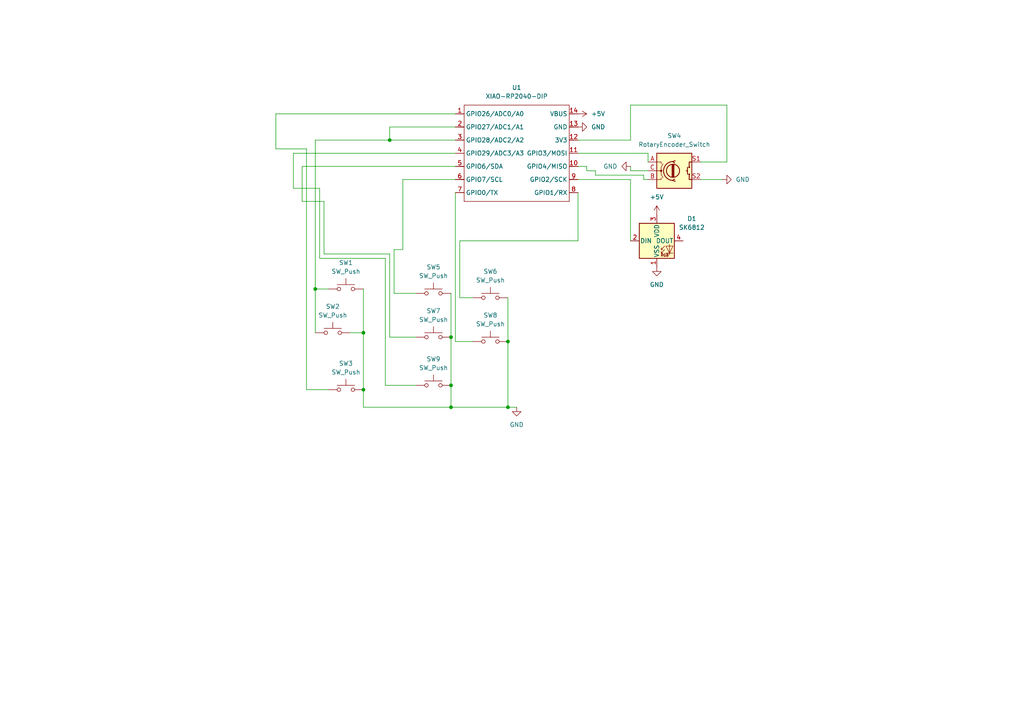
<source format=kicad_sch>
(kicad_sch (version 20250114) (generator "eeschema") (generator_version "9.0")
  (paper "A4")
  (lib_symbols
    (symbol "Device:RotaryEncoder_Switch" (pin_names (offset 0.254) (hide yes))
      (property "Reference" "SW" (at 0 6.604 0))
      (property "Value" "RotaryEncoder_Switch" (at 0 -6.604 0))
      (symbol "RotaryEncoder_Switch_0_1"
        (rectangle (start -5.08 5.08) (end 5.08 -5.08) (stroke (width 0.254)) (fill (type background)))
        (polyline (pts (xy -5.08 2.54) (xy -3.81 2.54) (xy -3.81 2.032)))
        (polyline (pts (xy -5.08 0) (xy -3.81 0) (xy -3.81 -1.016) (xy -3.302 -2.032)))
        (polyline (pts (xy -5.08 -2.54) (xy -3.81 -2.54) (xy -3.81 -2.032)))
        (polyline (pts (xy -4.318 0) (xy -3.81 0) (xy -3.81 1.016) (xy -3.302 2.032)))
        (circle (center -3.81 0) (radius 0.254) (fill (type outline)))
        (polyline (pts (xy -0.635 -1.778) (xy -0.635 1.778)) (stroke (width 0.254)))
        (circle (center -0.381 0) (radius 1.905) (stroke (width 0.254)))
        (polyline (pts (xy -0.381 -1.778) (xy -0.381 1.778)) (stroke (width 0.254)))
        (arc (start -0.381 -2.794) (mid -3.0988 -0.0635) (end -0.381 2.667) (stroke (width 0.254)))
        (polyline (pts (xy -0.127 1.778) (xy -0.127 -1.778)) (stroke (width 0.254)))
        (polyline (pts (xy 0.254 2.921) (xy -0.508 2.667) (xy 0.127 2.286)) (stroke (width 0.254)))
        (polyline (pts (xy 0.254 -3.048) (xy -0.508 -2.794) (xy 0.127 -2.413)) (stroke (width 0.254)))
        (polyline (pts (xy 3.81 1.016) (xy 3.81 -1.016)) (stroke (width 0.254)))
        (polyline (pts (xy 3.81 0) (xy 3.429 0)) (stroke (width 0.254)))
        (circle (center 4.318 1.016) (radius 0.127) (stroke (width 0.254)))
        (circle (center 4.318 -1.016) (radius 0.127) (stroke (width 0.254)))
        (polyline (pts (xy 5.08 2.54) (xy 4.318 2.54) (xy 4.318 1.016)) (stroke (width 0.254)))
        (polyline (pts (xy 5.08 -2.54) (xy 4.318 -2.54) (xy 4.318 -1.016)) (stroke (width 0.254)))
      )
      (symbol "RotaryEncoder_Switch_1_1"
        (pin passive line (at -7.62 2.54 0) (length 2.54) (name "A") (number "A"))
        (pin passive line (at -7.62 0 0) (length 2.54) (name "C") (number "C"))
        (pin passive line (at -7.62 -2.54 0) (length 2.54) (name "B") (number "B"))
        (pin passive line (at 7.62 2.54 180) (length 2.54) (name "S1") (number "S1"))
        (pin passive line (at 7.62 -2.54 180) (length 2.54) (name "S2") (number "S2"))
      )
    )
    (symbol "LED:SK6812" (pin_names (offset 0.254))
      (property "Reference" "D" (at 5.08 5.715 0))
      (property "Value" "SK6812" (at 1.27 -5.715 0))
      (symbol "SK6812_0_0"
        (text "RGB" (at 2.286 -4.191 0) (effects (font (size 0.762 0.762))))
      )
      (symbol "SK6812_0_1"
        (polyline (pts (xy 1.27 -2.54) (xy 1.778 -2.54)))
        (polyline (pts (xy 1.27 -3.556) (xy 1.778 -3.556)))
        (polyline (pts (xy 2.286 -1.524) (xy 1.27 -2.54) (xy 1.27 -2.032)))
        (polyline (pts (xy 2.286 -2.54) (xy 1.27 -3.556) (xy 1.27 -3.048)))
        (polyline (pts (xy 3.683 -1.016) (xy 3.683 -3.556) (xy 3.683 -4.064)))
        (polyline (pts (xy 4.699 -1.524) (xy 2.667 -1.524) (xy 3.683 -3.556) (xy 4.699 -1.524)))
        (polyline (pts (xy 4.699 -3.556) (xy 2.667 -3.556)))
        (rectangle (start 5.08 5.08) (end -5.08 -5.08) (stroke (width 0.254)) (fill (type background)))
      )
      (symbol "SK6812_1_1"
        (pin input line (at -7.62 0 0) (length 2.54) (name "DIN") (number "2"))
        (pin power_in line (at 0 7.62 270) (length 2.54) (name "VDD") (number "3"))
        (pin power_in line (at 0 -7.62 90) (length 2.54) (name "VSS") (number "1"))
        (pin output line (at 7.62 0 180) (length 2.54) (name "DOUT") (number "4"))
      )
    )
    (symbol "OPL:XIAO-RP2040-DIP"
      (property "Reference" "U" (at 0 0 0))
      (property "Value" "XIAO-RP2040-DIP" (at 5.334 -1.778 0))
      (symbol "XIAO-RP2040-DIP_1_0"
        (polyline (pts (xy -1.27 -2.54) (xy 29.21 -2.54)) (stroke (width 0.1524)))
        (polyline (pts (xy -1.27 -5.08) (xy -2.54 -5.08)) (stroke (width 0.1524)))
        (polyline (pts (xy -1.27 -5.08) (xy -1.27 -2.54)) (stroke (width 0.1524)))
        (polyline (pts (xy -1.27 -8.89) (xy -2.54 -8.89)) (stroke (width 0.1524)))
        (polyline (pts (xy -1.27 -8.89) (xy -1.27 -5.08)) (stroke (width 0.1524)))
        (polyline (pts (xy -1.27 -12.7) (xy -2.54 -12.7)) (stroke (width 0.1524)))
        (polyline (pts (xy -1.27 -12.7) (xy -1.27 -8.89)) (stroke (width 0.1524)))
        (polyline (pts (xy -1.27 -16.51) (xy -2.54 -16.51)) (stroke (width 0.1524)))
        (polyline (pts (xy -1.27 -16.51) (xy -1.27 -12.7)) (stroke (width 0.1524)))
        (polyline (pts (xy -1.27 -20.32) (xy -2.54 -20.32)) (stroke (width 0.1524)))
        (polyline (pts (xy -1.27 -24.13) (xy -2.54 -24.13)) (stroke (width 0.1524)))
        (polyline (pts (xy -1.27 -27.94) (xy -2.54 -27.94)) (stroke (width 0.1524)))
        (polyline (pts (xy -1.27 -30.48) (xy -1.27 -16.51)) (stroke (width 0.1524)))
        (polyline (pts (xy 29.21 -2.54) (xy 29.21 -5.08)) (stroke (width 0.1524)))
        (polyline (pts (xy 29.21 -5.08) (xy 29.21 -8.89)) (stroke (width 0.1524)))
        (polyline (pts (xy 29.21 -8.89) (xy 29.21 -12.7)) (stroke (width 0.1524)))
        (polyline (pts (xy 29.21 -12.7) (xy 29.21 -30.48)) (stroke (width 0.1524)))
        (polyline (pts (xy 29.21 -30.48) (xy -1.27 -30.48)) (stroke (width 0.1524)))
        (polyline (pts (xy 30.48 -5.08) (xy 29.21 -5.08)) (stroke (width 0.1524)))
        (polyline (pts (xy 30.48 -8.89) (xy 29.21 -8.89)) (stroke (width 0.1524)))
        (polyline (pts (xy 30.48 -12.7) (xy 29.21 -12.7)) (stroke (width 0.1524)))
        (polyline (pts (xy 30.48 -16.51) (xy 29.21 -16.51)) (stroke (width 0.1524)))
        (polyline (pts (xy 30.48 -20.32) (xy 29.21 -20.32)) (stroke (width 0.1524)))
        (polyline (pts (xy 30.48 -24.13) (xy 29.21 -24.13)) (stroke (width 0.1524)))
        (polyline (pts (xy 30.48 -27.94) (xy 29.21 -27.94)) (stroke (width 0.1524)))
        (pin passive line (at -3.81 -5.08 0) (length 2.54) (name "GPIO26/ADC0/A0") (number "1"))
        (pin passive line (at -3.81 -8.89 0) (length 2.54) (name "GPIO27/ADC1/A1") (number "2"))
        (pin passive line (at -3.81 -12.7 0) (length 2.54) (name "GPIO28/ADC2/A2") (number "3"))
        (pin passive line (at -3.81 -16.51 0) (length 2.54) (name "GPIO29/ADC3/A3") (number "4"))
        (pin passive line (at -3.81 -20.32 0) (length 2.54) (name "GPIO6/SDA") (number "5"))
        (pin passive line (at -3.81 -24.13 0) (length 2.54) (name "GPIO7/SCL") (number "6"))
        (pin passive line (at -3.81 -27.94 0) (length 2.54) (name "GPIO0/TX") (number "7"))
        (pin passive line (at 31.75 -5.08 180) (length 2.54) (name "VBUS") (number "14"))
        (pin passive line (at 31.75 -8.89 180) (length 2.54) (name "GND") (number "13"))
        (pin passive line (at 31.75 -12.7 180) (length 2.54) (name "3V3") (number "12"))
        (pin passive line (at 31.75 -16.51 180) (length 2.54) (name "GPIO3/MOSI") (number "11"))
        (pin passive line (at 31.75 -20.32 180) (length 2.54) (name "GPIO4/MISO") (number "10"))
        (pin passive line (at 31.75 -24.13 180) (length 2.54) (name "GPIO2/SCK") (number "9"))
        (pin passive line (at 31.75 -27.94 180) (length 2.54) (name "GPIO1/RX") (number "8"))
      )
    )
    (symbol "Switch:SW_Push" (pin_numbers (hide yes)) (pin_names (offset 1.016) (hide yes))
      (property "Reference" "SW" (at 1.27 2.54 0))
      (property "Value" "SW_Push" (at 0 -1.524 0))
      (symbol "SW_Push_0_1"
        (circle (center -2.032 0) (radius 0.508))
        (polyline (pts (xy 0 1.27) (xy 0 3.048)))
        (circle (center 2.032 0) (radius 0.508))
        (polyline (pts (xy 2.54 1.27) (xy -2.54 1.27)))
        (pin passive line (at -5.08 0 0) (length 2.54) (name "1") (number "1"))
        (pin passive line (at 5.08 0 180) (length 2.54) (name "2") (number "2"))
      )
    )
    (symbol "power:+5V" (power) (pin_numbers (hide yes)) (pin_names (offset 0) (hide yes))
      (property "Value" "+5V" (at 0 3.556 0))
      (symbol "+5V_0_1"
        (polyline (pts (xy -0.762 1.27) (xy 0 2.54)))
        (polyline (pts (xy 0 2.54) (xy 0.762 1.27)))
        (polyline (pts (xy 0 0) (xy 0 2.54)))
      )
      (symbol "+5V_1_1"
        (pin power_in line (at 0 0 90) (length 0) (name "~") (number "1"))
      )
    )
    (symbol "power:GND" (power) (pin_numbers (hide yes)) (pin_names (offset 0) (hide yes))
      (property "Value" "GND" (at 0 -3.81 0))
      (symbol "GND_0_1"
        (polyline (pts (xy 0 0) (xy 0 -1.27) (xy 1.27 -1.27) (xy 0 -2.54) (xy -1.27 -1.27) (xy 0 -1.27)))
      )
      (symbol "GND_1_1"
        (pin power_in line (at 0 0 270) (length 0) (name "~") (number "1"))
      )
    )
  )
  (junction (at 130.81 97.79))
  (junction (at 113.03 40.64))
  (junction (at 130.81 111.76))
  (junction (at 105.41 96.52))
  (junction (at 130.81 118.11))
  (junction (at 147.32 118.11))
  (junction (at 147.32 99.06))
  (junction (at 91.44 83.82))
  (junction (at 105.41 113.03))
  (wire (pts (xy 101.6 96.52) (xy 105.41 96.52)))
  (wire (pts (xy 172.72 49.53) (xy 170.18 49.53)))
  (wire (pts (xy 80.01 43.18) (xy 80.01 33.02)))
  (wire (pts (xy 105.41 83.82) (xy 105.41 96.52)))
  (wire (pts (xy 210.82 30.48) (xy 210.82 46.99)))
  (wire (pts (xy 187.96 49.53) (xy 182.88 49.53)))
  (wire (pts (xy 167.64 40.64) (xy 182.88 40.64)))
  (wire (pts (xy 87.63 58.42) (xy 93.98 58.42)))
  (wire (pts (xy 210.82 46.99) (xy 203.2 46.99)))
  (wire (pts (xy 80.01 43.18) (xy 88.9 43.18)))
  (wire (pts (xy 130.81 97.79) (xy 130.81 111.76)))
  (wire (pts (xy 114.3 72.39) (xy 116.84 72.39)))
  (wire (pts (xy 167.64 52.07) (xy 182.88 52.07)))
  (wire (pts (xy 167.64 55.88) (xy 167.64 69.85)))
  (wire (pts (xy 91.44 40.64) (xy 113.03 40.64)))
  (wire (pts (xy 92.71 74.93) (xy 92.71 54.61)))
  (wire (pts (xy 116.84 72.39) (xy 116.84 52.07)))
  (wire (pts (xy 132.08 40.64) (xy 113.03 40.64)))
  (wire (pts (xy 87.63 58.42) (xy 87.63 48.26)))
  (wire (pts (xy 120.65 85.09) (xy 114.3 85.09)))
  (wire (pts (xy 172.72 49.53) (xy 172.72 50.8)))
  (wire (pts (xy 147.32 86.36) (xy 147.32 99.06)))
  (wire (pts (xy 91.44 83.82) (xy 95.25 83.82)))
  (wire (pts (xy 93.98 58.42) (xy 93.98 73.66)))
  (wire (pts (xy 85.09 54.61) (xy 85.09 44.45)))
  (wire (pts (xy 186.69 52.07) (xy 187.96 52.07)))
  (wire (pts (xy 105.41 113.03) (xy 105.41 118.11)))
  (wire (pts (xy 92.71 54.61) (xy 85.09 54.61)))
  (wire (pts (xy 147.32 99.06) (xy 147.32 118.11)))
  (wire (pts (xy 187.96 46.99) (xy 187.96 44.45)))
  (wire (pts (xy 91.44 83.82) (xy 91.44 96.52)))
  (wire (pts (xy 88.9 43.18) (xy 88.9 113.03)))
  (wire (pts (xy 105.41 96.52) (xy 105.41 113.03)))
  (wire (pts (xy 167.64 69.85) (xy 133.35 69.85)))
  (wire (pts (xy 130.81 118.11) (xy 147.32 118.11)))
  (wire (pts (xy 187.96 44.45) (xy 167.64 44.45)))
  (wire (pts (xy 113.03 73.66) (xy 113.03 97.79)))
  (wire (pts (xy 105.41 118.11) (xy 130.81 118.11)))
  (wire (pts (xy 113.03 97.79) (xy 120.65 97.79)))
  (wire (pts (xy 87.63 48.26) (xy 132.08 48.26)))
  (wire (pts (xy 85.09 44.45) (xy 132.08 44.45)))
  (wire (pts (xy 80.01 33.02) (xy 132.08 33.02)))
  (wire (pts (xy 111.76 74.93) (xy 92.71 74.93)))
  (wire (pts (xy 91.44 40.64) (xy 91.44 83.82)))
  (wire (pts (xy 130.81 111.76) (xy 130.81 118.11)))
  (wire (pts (xy 114.3 85.09) (xy 114.3 72.39)))
  (wire (pts (xy 182.88 30.48) (xy 210.82 30.48)))
  (wire (pts (xy 182.88 40.64) (xy 182.88 30.48)))
  (wire (pts (xy 130.81 85.09) (xy 130.81 97.79)))
  (wire (pts (xy 186.69 50.8) (xy 186.69 52.07)))
  (wire (pts (xy 120.65 111.76) (xy 111.76 111.76)))
  (wire (pts (xy 113.03 36.83) (xy 113.03 40.64)))
  (wire (pts (xy 167.64 48.26) (xy 170.18 48.26)))
  (wire (pts (xy 147.32 118.11) (xy 149.86 118.11)))
  (wire (pts (xy 133.35 86.36) (xy 137.16 86.36)))
  (wire (pts (xy 116.84 52.07) (xy 132.08 52.07)))
  (wire (pts (xy 203.2 52.07) (xy 209.55 52.07)))
  (wire (pts (xy 133.35 69.85) (xy 133.35 86.36)))
  (wire (pts (xy 111.76 111.76) (xy 111.76 74.93)))
  (wire (pts (xy 170.18 48.26) (xy 170.18 49.53)))
  (wire (pts (xy 182.88 49.53) (xy 182.88 48.26)))
  (wire (pts (xy 172.72 50.8) (xy 186.69 50.8)))
  (wire (pts (xy 132.08 55.88) (xy 132.08 99.06)))
  (wire (pts (xy 88.9 113.03) (xy 95.25 113.03)))
  (wire (pts (xy 132.08 99.06) (xy 137.16 99.06)))
  (wire (pts (xy 93.98 73.66) (xy 113.03 73.66)))
  (wire (pts (xy 132.08 36.83) (xy 113.03 36.83)))
  (wire (pts (xy 182.88 52.07) (xy 182.88 69.85)))
  (symbol (lib_id "Switch:SW_Push") (at 100.33 83.82 0) (unit 1)
    (property "Reference" "SW1" (at 100.33 76.2 0))
    (property "Value" "SW_Push" (at 100.33 78.74 0))
    (property "Footprint" "Button_Switch_Keyboard:SW_Cherry_MX_1.00u_PCB" (effects (hide yes)))
    (property "Description" "Push button switch, generic, two pins" (effects (hide yes)))
  )
  (symbol (lib_id "Switch:SW_Push") (at 125.73 111.76 0) (unit 1)
    (property "Reference" "SW9" (at 125.73 104.14 0))
    (property "Value" "SW_Push" (at 125.73 106.68 0))
    (property "Footprint" "Button_Switch_Keyboard:SW_Cherry_MX_1.00u_PCB" (effects (hide yes)))
    (property "Description" "Push button switch, generic, two pins" (effects (hide yes)))
  )
  (symbol (lib_id "power:GND") (at 149.86 118.11 0) (unit 1)
    (property "Reference" "#PWR03" (effects (hide yes)))
    (property "Value" "GND" (at 149.86 123.19 0))
    (property "Description" "Power symbol creates a global label with name \"GND\" , ground" (effects (hide yes)))
  )
  (symbol (lib_id "Switch:SW_Push") (at 125.73 97.79 0) (unit 1)
    (property "Reference" "SW7" (at 125.73 90.17 0))
    (property "Value" "SW_Push" (at 125.73 92.71 0))
    (property "Footprint" "Button_Switch_Keyboard:SW_Cherry_MX_1.00u_PCB" (effects (hide yes)))
    (property "Description" "Push button switch, generic, two pins" (effects (hide yes)))
  )
  (symbol (lib_id "Switch:SW_Push") (at 142.24 99.06 0) (unit 1)
    (property "Reference" "SW8" (at 142.24 91.44 0))
    (property "Value" "SW_Push" (at 142.24 93.98 0))
    (property "Footprint" "Button_Switch_Keyboard:SW_Cherry_MX_1.00u_PCB" (effects (hide yes)))
    (property "Description" "Push button switch, generic, two pins" (effects (hide yes)))
  )
  (symbol (lib_id "power:+5V") (at 190.5 62.23 0) (unit 1)
    (property "Reference" "#PWR04" (effects (hide yes)))
    (property "Value" "+5V" (at 190.5 57.15 0))
    (property "Description" "Power symbol creates a global label with name \"+5V\"" (effects (hide yes)))
  )
  (symbol (lib_id "Switch:SW_Push") (at 96.52 96.52 0) (unit 1)
    (property "Reference" "SW2" (at 96.52 88.9 0))
    (property "Value" "SW_Push" (at 96.52 91.44 0))
    (property "Footprint" "Button_Switch_Keyboard:SW_Cherry_MX_1.00u_PCB" (effects (hide yes)))
    (property "Description" "Push button switch, generic, two pins" (effects (hide yes)))
  )
  (symbol (lib_id "power:+5V") (at 167.64 33.02 270) (unit 1)
    (property "Reference" "#PWR02" (effects (hide yes)))
    (property "Value" "+5V" (at 171.45 33.0199 90) (effects (justify left)))
    (property "Description" "Power symbol creates a global label with name \"+5V\"" (effects (hide yes)))
  )
  (symbol (lib_id "power:GND") (at 182.88 48.26 270) (unit 1)
    (property "Reference" "#PWR06" (effects (hide yes)))
    (property "Value" "GND" (at 179.07 48.2599 90) (effects (justify right)))
    (property "Description" "Power symbol creates a global label with name \"GND\" , ground" (effects (hide yes)))
  )
  (symbol (lib_id "Device:RotaryEncoder_Switch") (at 195.58 49.53 0) (unit 1)
    (property "Reference" "SW4" (at 195.58 39.37 0))
    (property "Value" "RotaryEncoder_Switch" (at 195.58 41.91 0))
    (property "Footprint" "Rotary_Encoder:RotaryEncoder_Alps_EC11E-Switch_Vertical_H20mm" (effects (hide yes)))
    (property "Description" "Rotary encoder, dual channel, incremental quadrate outputs, with switch" (effects (hide yes)))
  )
  (symbol (lib_id "power:GND") (at 209.55 52.07 90) (unit 1)
    (property "Reference" "#PWR07" (effects (hide yes)))
    (property "Value" "GND" (at 213.36 52.0699 90) (effects (justify right)))
    (property "Description" "Power symbol creates a global label with name \"GND\" , ground" (effects (hide yes)))
  )
  (symbol (lib_id "power:GND") (at 167.64 36.83 90) (unit 1)
    (property "Reference" "#PWR01" (effects (hide yes)))
    (property "Value" "GND" (at 171.45 36.8299 90) (effects (justify right)))
    (property "Description" "Power symbol creates a global label with name \"GND\" , ground" (effects (hide yes)))
  )
  (symbol (lib_id "Switch:SW_Push") (at 142.24 86.36 0) (unit 1)
    (property "Reference" "SW6" (at 142.24 78.74 0))
    (property "Value" "SW_Push" (at 142.24 81.28 0))
    (property "Footprint" "Button_Switch_Keyboard:SW_Cherry_MX_1.00u_PCB" (effects (hide yes)))
    (property "Description" "Push button switch, generic, two pins" (effects (hide yes)))
  )
  (symbol (lib_id "OPL:XIAO-RP2040-DIP") (at 135.89 27.94 0) (unit 1)
    (property "Reference" "U1" (at 149.86 25.4 0))
    (property "Value" "XIAO-RP2040-DIP" (at 149.86 27.94 0))
    (property "Footprint" "Seeed Studio XIAO Series Library:XIAO-RP2040-DIP" (effects (hide yes)))
  )
  (symbol (lib_id "LED:SK6812") (at 190.5 69.85 0) (unit 1)
    (property "Reference" "D1" (at 200.66 63.4298 0))
    (property "Value" "SK6812" (at 200.66 65.9698 0))
    (property "Footprint" "LED_SMD:LED_SK6812_PLCC4_5.0x5.0mm_P3.2mm" (effects (hide yes)))
    (property "Datasheet" "https://cdn-shop.adafruit.com/product-files/1138/SK6812+LED+datasheet+.pdf" (effects (hide yes)))
    (property "Description" "RGB LED with integrated controller" (effects (hide yes)))
  )
  (symbol (lib_id "Switch:SW_Push") (at 125.73 85.09 0) (unit 1)
    (property "Reference" "SW5" (at 125.73 77.47 0))
    (property "Value" "SW_Push" (at 125.73 80.01 0))
    (property "Footprint" "Button_Switch_Keyboard:SW_Cherry_MX_1.00u_PCB" (effects (hide yes)))
    (property "Description" "Push button switch, generic, two pins" (effects (hide yes)))
  )
  (symbol (lib_id "power:GND") (at 190.5 77.47 0) (unit 1)
    (property "Reference" "#PWR05" (effects (hide yes)))
    (property "Value" "GND" (at 190.5 82.55 0))
    (property "Description" "Power symbol creates a global label with name \"GND\" , ground" (effects (hide yes)))
  )
  (symbol (lib_id "Switch:SW_Push") (at 100.33 113.03 0) (unit 1)
    (property "Reference" "SW3" (at 100.33 105.41 0))
    (property "Value" "SW_Push" (at 100.33 107.95 0))
    (property "Footprint" "Button_Switch_Keyboard:SW_Cherry_MX_1.00u_PCB" (effects (hide yes)))
    (property "Description" "Push button switch, generic, two pins" (effects (hide yes)))
  )
)
</source>
